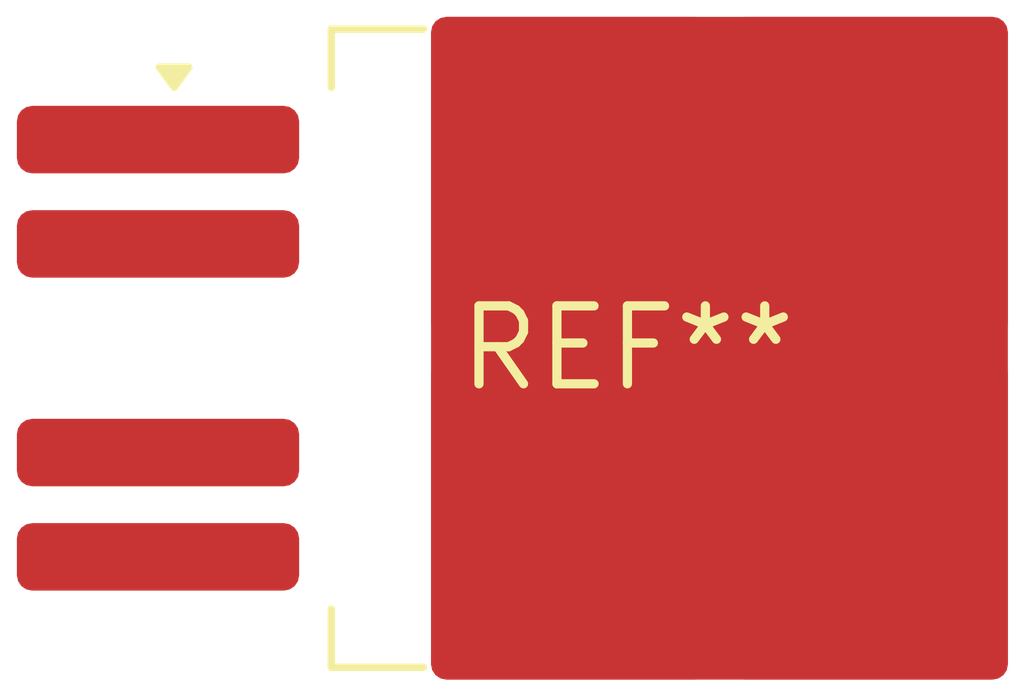
<source format=kicad_pcb>
(kicad_pcb (version 20240108) (generator pcbnew)
  (layers (0 "F.Cu" signal) (31 "B.Cu" signal) (34 "B.Paste" user) (35 "F.Paste" user) (36 "B.SilkS" user "B.Silkscreen") (37 "F.SilkS" user "F.Silkscreen") (38 "B.Mask" user) (39 "F.Mask" user) (44 "Edge.Cuts" user))
  (net 0 "")
  (footprint "TO-263-4" (layer "F.Cu") (at 0 0)
    (property "Reference" "REF**")
    (property "Value" "TO-263-4")
    (fp_line (start -4.825 -5.2) (end -4.825 -4.25) (layer "F.SilkS") (stroke (width 0.12)))
    (fp_line (start -4.825 5.2) (end -4.825 4.25) (layer "F.SilkS") (stroke (width 0.12)))
    (fp_line (start -3.325 -5.2) (end -4.825 -5.2) (layer "F.SilkS") (stroke (width 0.12)))
    (fp_line (start -3.325 5.2) (end -4.825 5.2) (layer "F.SilkS") (stroke (width 0.12)))
    (fp_poly (pts (xy -7.3875 -4.25) (xy -7.6275 -4.58) (xy -7.1475 -4.58) (xy -7.3875 -4.25)) (layer "F.SilkS") (stroke (width 0.12)) (fill solid))
    (pad "1" smd roundrect (at -7.65 -3.4) (size 4.6 1.1) (layers "F.Cu" "F.Paste" "F.Mask") (roundrect_rratio 0.227273))
    (pad "2" smd roundrect (at -7.65 -1.7) (size 4.6 1.1) (layers "F.Cu" "F.Paste" "F.Mask") (roundrect_rratio 0.227273))
    (pad "3" smd roundrect (at -0.925 -2.775) (size 4.55 5.25) (layers "F.Cu" "F.Paste") (roundrect_rratio 0.054945))
    (pad "3" smd roundrect (at -0.925 2.775) (size 4.55 5.25) (layers "F.Cu" "F.Paste") (roundrect_rratio 0.054945))
    (pad "3" smd roundrect (at 1.5 0) (size 9.4 10.8) (layers "F.Cu" "F.Mask") (roundrect_rratio 0.026596))
    (pad "3" smd roundrect (at 3.925 -2.775) (size 4.55 5.25) (layers "F.Cu" "F.Paste") (roundrect_rratio 0.054945))
    (pad "3" smd roundrect (at 3.925 2.775) (size 4.55 5.25) (layers "F.Cu" "F.Paste") (roundrect_rratio 0.054945))
    (pad "4" smd roundrect (at -7.65 1.7) (size 4.6 1.1) (layers "F.Cu" "F.Paste" "F.Mask") (roundrect_rratio 0.227273))
    (pad "5" smd roundrect (at -7.65 3.4) (size 4.6 1.1) (layers "F.Cu" "F.Paste" "F.Mask") (roundrect_rratio 0.227273))
  )
)
</source>
